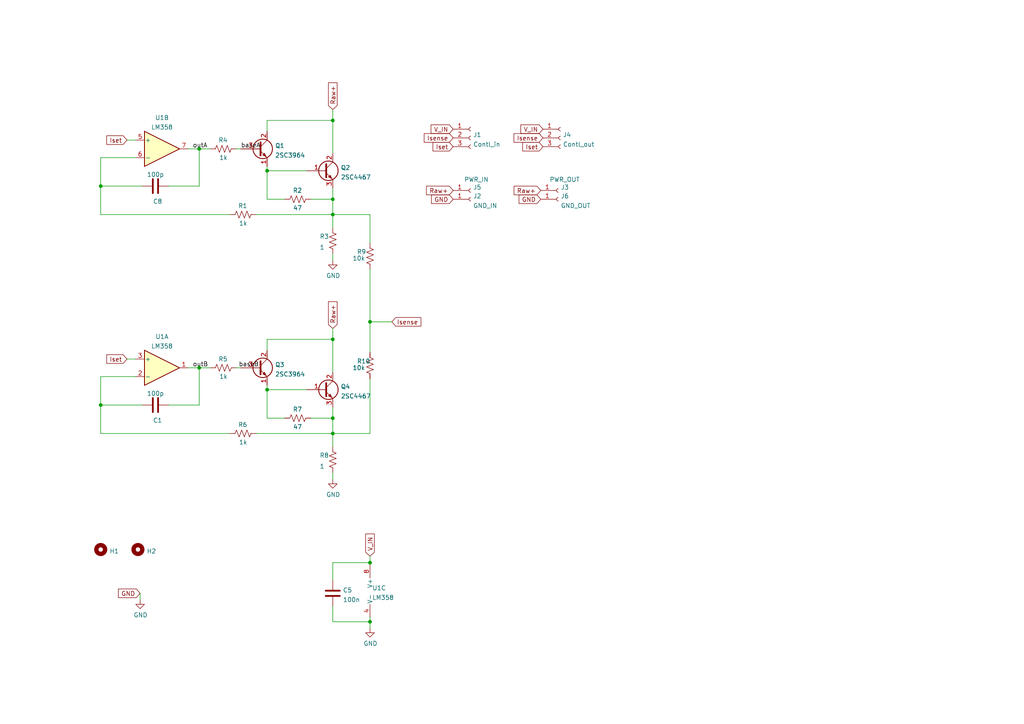
<source format=kicad_sch>
(kicad_sch (version 20230121) (generator eeschema)
  (paper "A4")
  (lib_symbols
    (symbol "Amplifier_Operational:LM358" (pin_names (offset 0.127))
      (property "Reference" "U" (at 0 5.08 0))
      (property "Value" "LM358" (at 0 -5.08 0))
      (symbol "LM358_1_1"
        (polyline (pts (xy -5.08 5.08) (xy 5.08 0) (xy -5.08 -5.08) (xy -5.08 5.08)) (stroke (width 0.254)) (fill (type background)))
        (pin output line (at 7.62 0 180) (length 2.54) (name "~") (number "1"))
        (pin input line (at -7.62 -2.54 0) (length 2.54) (name "-") (number "2"))
        (pin input line (at -7.62 2.54 0) (length 2.54) (name "+") (number "3"))
      )
      (symbol "LM358_2_1"
        (polyline (pts (xy -5.08 5.08) (xy 5.08 0) (xy -5.08 -5.08) (xy -5.08 5.08)) (stroke (width 0.254)) (fill (type background)))
        (pin input line (at -7.62 2.54 0) (length 2.54) (name "+") (number "5"))
        (pin input line (at -7.62 -2.54 0) (length 2.54) (name "-") (number "6"))
        (pin output line (at 7.62 0 180) (length 2.54) (name "~") (number "7"))
      )
      (symbol "LM358_3_1"
        (pin power_in line (at -2.54 -7.62 90) (length 3.81) (name "V-") (number "4"))
        (pin power_in line (at -2.54 7.62 270) (length 3.81) (name "V+") (number "8"))
      )
    )
    (symbol "Connector:Conn_01x01_Female" (pin_names (offset 1.016) hide)
      (property "Reference" "J" (at 0 2.54 0))
      (property "Value" "Conn_01x01_Female" (at 0 -2.54 0))
      (symbol "Conn_01x01_Female_1_1"
        (polyline (pts (xy -1.27 0) (xy -0.508 0)) (stroke (width 0.1524)))
        (arc (start 0 0.508) (mid -0.5058 0) (end 0 -0.508) (stroke (width 0.1524)))
        (pin passive line (at -5.08 0 0) (length 3.81) (name "Pin_1") (number "1"))
      )
    )
    (symbol "Connector:Conn_01x03_Female" (pin_names (offset 1.016) hide)
      (property "Reference" "J" (at 0 5.08 0))
      (property "Value" "Conn_01x03_Female" (at 0 -5.08 0))
      (symbol "Conn_01x03_Female_1_1"
        (arc (start 0 -2.032) (mid -0.5058 -2.54) (end 0 -3.048) (stroke (width 0.1524)))
        (polyline (pts (xy -1.27 -2.54) (xy -0.508 -2.54)) (stroke (width 0.1524)))
        (polyline (pts (xy -1.27 0) (xy -0.508 0)) (stroke (width 0.1524)))
        (polyline (pts (xy -1.27 2.54) (xy -0.508 2.54)) (stroke (width 0.1524)))
        (arc (start 0 0.508) (mid -0.5058 0) (end 0 -0.508) (stroke (width 0.1524)))
        (arc (start 0 3.048) (mid -0.5058 2.54) (end 0 2.032) (stroke (width 0.1524)))
        (pin passive line (at -5.08 2.54 0) (length 3.81) (name "Pin_1") (number "1"))
        (pin passive line (at -5.08 0 0) (length 3.81) (name "Pin_2") (number "2"))
        (pin passive line (at -5.08 -2.54 0) (length 3.81) (name "Pin_3") (number "3"))
      )
    )
    (symbol "Device:C" (pin_numbers hide) (pin_names (offset 0.254))
      (property "Reference" "C" (at 0.635 2.54 0))
      (property "Value" "C" (at 0.635 -2.54 0))
      (symbol "C_0_1"
        (polyline (pts (xy -2.032 -0.762) (xy 2.032 -0.762)) (stroke (width 0.508)))
        (polyline (pts (xy -2.032 0.762) (xy 2.032 0.762)) (stroke (width 0.508)))
      )
      (symbol "C_1_1"
        (pin passive line (at 0 3.81 270) (length 2.794) (name "~") (number "1"))
        (pin passive line (at 0 -3.81 90) (length 2.794) (name "~") (number "2"))
      )
    )
    (symbol "Device:Q_NPN_BCE" (pin_names (offset 0) hide)
      (property "Reference" "Q" (at 5.08 1.27 0))
      (property "Value" "Q_NPN_BCE" (at 5.08 -1.27 0))
      (symbol "Q_NPN_BCE_0_1"
        (polyline (pts (xy 0.635 0.635) (xy 2.54 2.54)))
        (polyline (pts (xy 0.635 -0.635) (xy 2.54 -2.54) (xy 2.54 -2.54)))
        (polyline (pts (xy 0.635 1.905) (xy 0.635 -1.905) (xy 0.635 -1.905)) (stroke (width 0.508)))
        (polyline (pts (xy 1.27 -1.778) (xy 1.778 -1.27) (xy 2.286 -2.286) (xy 1.27 -1.778) (xy 1.27 -1.778)) (fill (type outline)))
        (circle (center 1.27 0) (radius 2.8194) (stroke (width 0.254)))
      )
      (symbol "Q_NPN_BCE_1_1"
        (pin input line (at -5.08 0 0) (length 5.715) (name "B") (number "1"))
        (pin passive line (at 2.54 5.08 270) (length 2.54) (name "C") (number "2"))
        (pin passive line (at 2.54 -5.08 90) (length 2.54) (name "E") (number "3"))
      )
    )
    (symbol "Device:Q_NPN_ECB" (pin_names (offset 0) hide)
      (property "Reference" "Q" (at 5.08 1.27 0))
      (property "Value" "Q_NPN_ECB" (at 5.08 -1.27 0))
      (symbol "Q_NPN_ECB_0_1"
        (polyline (pts (xy 0.635 0.635) (xy 2.54 2.54)))
        (polyline (pts (xy 0.635 -0.635) (xy 2.54 -2.54) (xy 2.54 -2.54)))
        (polyline (pts (xy 0.635 1.905) (xy 0.635 -1.905) (xy 0.635 -1.905)) (stroke (width 0.508)))
        (polyline (pts (xy 1.27 -1.778) (xy 1.778 -1.27) (xy 2.286 -2.286) (xy 1.27 -1.778) (xy 1.27 -1.778)) (fill (type outline)))
        (circle (center 1.27 0) (radius 2.8194) (stroke (width 0.254)))
      )
      (symbol "Q_NPN_ECB_1_1"
        (pin passive line (at 2.54 -5.08 90) (length 2.54) (name "E") (number "1"))
        (pin passive line (at 2.54 5.08 270) (length 2.54) (name "C") (number "2"))
        (pin passive line (at -5.08 0 0) (length 5.715) (name "B") (number "3"))
      )
    )
    (symbol "Device:R_US" (pin_numbers hide) (pin_names (offset 0))
      (property "Reference" "R" (at 2.54 0 90))
      (property "Value" "R_US" (at -2.54 0 90))
      (symbol "R_US_0_1"
        (polyline (pts (xy 0 -2.286) (xy 0 -2.54)))
        (polyline (pts (xy 0 2.286) (xy 0 2.54)))
        (polyline (pts (xy 0 -0.762) (xy 1.016 -1.143) (xy 0 -1.524) (xy -1.016 -1.905) (xy 0 -2.286)))
        (polyline (pts (xy 0 0.762) (xy 1.016 0.381) (xy 0 0) (xy -1.016 -0.381) (xy 0 -0.762)))
        (polyline (pts (xy 0 2.286) (xy 1.016 1.905) (xy 0 1.524) (xy -1.016 1.143) (xy 0 0.762)))
      )
      (symbol "R_US_1_1"
        (pin passive line (at 0 3.81 270) (length 1.27) (name "~") (number "1"))
        (pin passive line (at 0 -3.81 90) (length 1.27) (name "~") (number "2"))
      )
    )
    (symbol "Mechanical:MountingHole" (pin_names (offset 1.016))
      (property "Reference" "H" (at 0 5.08 0))
      (property "Value" "MountingHole" (at 0 3.175 0))
      (symbol "MountingHole_0_1"
        (circle (center 0 0) (radius 1.27) (stroke (width 1.27)))
      )
    )
    (symbol "power:GND" (power) (pin_names (offset 0))
      (property "Value" "GND" (at 0 -3.81 0))
      (symbol "GND_0_1"
        (polyline (pts (xy 0 0) (xy 0 -1.27) (xy 1.27 -1.27) (xy 0 -2.54) (xy -1.27 -1.27) (xy 0 -1.27)))
      )
      (symbol "GND_1_1"
        (pin power_in line (at 0 0 270) (length 0) hide (name "GND") (number "1"))
      )
    )
  )
  (junction (at 107.315 180.34))
  (junction (at 96.52 34.925))
  (junction (at 29.21 53.975))
  (junction (at 57.785 106.68))
  (junction (at 96.52 57.785))
  (junction (at 107.315 93.345))
  (junction (at 96.52 62.23))
  (junction (at 77.47 113.03))
  (junction (at 77.47 49.53))
  (junction (at 107.315 163.195))
  (junction (at 96.52 121.285))
  (junction (at 57.785 43.18))
  (junction (at 29.21 117.475))
  (junction (at 96.52 98.425))
  (junction (at 96.52 125.73))
  (wire (pts (xy 77.47 38.1) (xy 77.47 34.925)))
  (wire (pts (xy 107.315 161.29) (xy 107.315 163.195)))
  (wire (pts (xy 96.52 31.75) (xy 96.52 34.925)))
  (wire (pts (xy 77.47 113.03) (xy 88.9 113.03)))
  (wire (pts (xy 29.21 125.73) (xy 66.675 125.73)))
  (wire (pts (xy 39.37 109.22) (xy 29.21 109.22)))
  (wire (pts (xy 39.37 45.72) (xy 29.21 45.72)))
  (wire (pts (xy 96.52 125.73) (xy 96.52 129.54)))
  (wire (pts (xy 107.315 179.07) (xy 107.315 180.34)))
  (wire (pts (xy 29.21 45.72) (xy 29.21 53.975)))
  (wire (pts (xy 96.52 175.895) (xy 96.52 180.34)))
  (wire (pts (xy 77.47 49.53) (xy 88.9 49.53)))
  (wire (pts (xy 77.47 57.785) (xy 77.47 49.53)))
  (wire (pts (xy 36.83 40.64) (xy 39.37 40.64)))
  (wire (pts (xy 107.315 93.345) (xy 107.315 102.235)))
  (wire (pts (xy 77.47 111.76) (xy 77.47 113.03)))
  (wire (pts (xy 96.52 95.25) (xy 96.52 98.425)))
  (wire (pts (xy 107.315 163.195) (xy 96.52 163.195)))
  (wire (pts (xy 77.47 48.26) (xy 77.47 49.53)))
  (wire (pts (xy 96.52 62.23) (xy 107.315 62.23)))
  (wire (pts (xy 96.52 57.785) (xy 96.52 62.23)))
  (wire (pts (xy 96.52 54.61) (xy 96.52 57.785)))
  (wire (pts (xy 96.52 180.34) (xy 107.315 180.34)))
  (wire (pts (xy 96.52 118.11) (xy 96.52 121.285)))
  (wire (pts (xy 77.47 101.6) (xy 77.47 98.425)))
  (wire (pts (xy 36.83 104.14) (xy 39.37 104.14)))
  (wire (pts (xy 107.315 163.195) (xy 107.315 163.83)))
  (wire (pts (xy 57.785 106.68) (xy 60.96 106.68)))
  (wire (pts (xy 96.52 98.425) (xy 96.52 107.95)))
  (wire (pts (xy 77.47 34.925) (xy 96.52 34.925)))
  (wire (pts (xy 107.315 78.105) (xy 107.315 93.345)))
  (wire (pts (xy 40.64 172.085) (xy 40.64 173.99)))
  (wire (pts (xy 57.785 117.475) (xy 57.785 106.68)))
  (wire (pts (xy 68.58 43.18) (xy 69.85 43.18)))
  (wire (pts (xy 54.61 43.18) (xy 57.785 43.18)))
  (wire (pts (xy 107.315 62.23) (xy 107.315 70.485)))
  (wire (pts (xy 29.21 117.475) (xy 29.21 125.73)))
  (wire (pts (xy 96.52 125.73) (xy 107.315 125.73)))
  (wire (pts (xy 96.52 137.16) (xy 96.52 139.065)))
  (wire (pts (xy 74.295 125.73) (xy 96.52 125.73)))
  (wire (pts (xy 96.52 73.66) (xy 96.52 75.565)))
  (wire (pts (xy 77.47 98.425) (xy 96.52 98.425)))
  (wire (pts (xy 48.895 53.975) (xy 57.785 53.975)))
  (wire (pts (xy 96.52 57.785) (xy 90.17 57.785)))
  (wire (pts (xy 96.52 163.195) (xy 96.52 168.275)))
  (wire (pts (xy 96.52 121.285) (xy 90.17 121.285)))
  (wire (pts (xy 29.21 62.23) (xy 66.675 62.23)))
  (wire (pts (xy 29.21 117.475) (xy 41.275 117.475)))
  (wire (pts (xy 57.785 43.18) (xy 60.96 43.18)))
  (wire (pts (xy 96.52 121.285) (xy 96.52 125.73)))
  (wire (pts (xy 96.52 62.23) (xy 96.52 66.04)))
  (wire (pts (xy 77.47 121.285) (xy 77.47 113.03)))
  (wire (pts (xy 29.21 53.975) (xy 41.275 53.975)))
  (wire (pts (xy 29.21 109.22) (xy 29.21 117.475)))
  (wire (pts (xy 48.895 117.475) (xy 57.785 117.475)))
  (wire (pts (xy 82.55 121.285) (xy 77.47 121.285)))
  (wire (pts (xy 96.52 34.925) (xy 96.52 44.45)))
  (wire (pts (xy 29.21 53.975) (xy 29.21 62.23)))
  (wire (pts (xy 107.315 109.855) (xy 107.315 125.73)))
  (wire (pts (xy 82.55 57.785) (xy 77.47 57.785)))
  (wire (pts (xy 54.61 106.68) (xy 57.785 106.68)))
  (wire (pts (xy 57.785 53.975) (xy 57.785 43.18)))
  (wire (pts (xy 107.315 180.34) (xy 107.315 182.245)))
  (wire (pts (xy 74.295 62.23) (xy 96.52 62.23)))
  (wire (pts (xy 68.58 106.68) (xy 69.85 106.68)))
  (wire (pts (xy 107.315 93.345) (xy 113.665 93.345)))
  (label "outB" (at 55.88 106.68 0))
  (label "baseB" (at 69.215 106.68 0))
  (label "outA" (at 55.88 43.18 0))
  (label "baseA" (at 69.85 43.18 0))
  (global_label "Iset" (shape input) (at 131.445 42.545 180) (property "Intersheetrefs" "${INTERSHEET_REFS}" (effects hide)))
  (global_label "GND" (shape input) (at 40.64 172.085 180) (property "Intersheetrefs" "${INTERSHEET_REFS}" (effects hide)))
  (global_label "V_IN" (shape input) (at 107.315 161.29 90) (property "Intersheetrefs" "${INTERSHEET_REFS}" (effects hide)))
  (global_label "V_IN" (shape input) (at 157.48 37.465 180) (property "Intersheetrefs" "${INTERSHEET_REFS}" (effects hide)))
  (global_label "Isense" (shape input) (at 113.665 93.345 0) (property "Intersheetrefs" "${INTERSHEET_REFS}" (effects hide)))
  (global_label "Raw+" (shape input) (at 131.445 55.245 180) (property "Intersheetrefs" "${INTERSHEET_REFS}" (effects hide)))
  (global_label "GND" (shape input) (at 131.445 57.785 180) (property "Intersheetrefs" "${INTERSHEET_REFS}" (effects hide)))
  (global_label "Iset" (shape input) (at 157.48 42.545 180) (property "Intersheetrefs" "${INTERSHEET_REFS}" (effects hide)))
  (global_label "V_IN" (shape input) (at 131.445 37.465 180) (property "Intersheetrefs" "${INTERSHEET_REFS}" (effects hide)))
  (global_label "Raw+" (shape input) (at 96.52 95.25 90) (property "Intersheetrefs" "${INTERSHEET_REFS}" (effects hide)))
  (global_label "GND" (shape input) (at 156.845 57.785 180) (property "Intersheetrefs" "${INTERSHEET_REFS}" (effects hide)))
  (global_label "Isense" (shape input) (at 131.445 40.005 180) (property "Intersheetrefs" "${INTERSHEET_REFS}" (effects hide)))
  (global_label "Iset" (shape input) (at 36.83 40.64 180) (property "Intersheetrefs" "${INTERSHEET_REFS}" (effects hide)))
  (global_label "Raw+" (shape input) (at 156.845 55.245 180) (property "Intersheetrefs" "${INTERSHEET_REFS}" (effects hide)))
  (global_label "Isense" (shape input) (at 157.48 40.005 180) (property "Intersheetrefs" "${INTERSHEET_REFS}" (effects hide)))
  (global_label "Raw+" (shape input) (at 96.52 31.75 90) (property "Intersheetrefs" "${INTERSHEET_REFS}" (effects hide)))
  (global_label "Iset" (shape input) (at 36.83 104.14 180) (property "Intersheetrefs" "${INTERSHEET_REFS}" (effects hide)))
  (symbol (lib_id "Device:Q_NPN_ECB") (at 74.93 43.18 0) (unit 1)
    (property "Reference" "Q1" (at 79.7814 42.2715 0) (effects (justify left)))
    (property "Value" "2SC3964" (at 79.7814 45.0466 0) (effects (justify left)))
    (property "Footprint" "Package_TO_SOT_THT:TO-126-3_Vertical" (effects hide))
  )
  (symbol (lib_id "Amplifier_Operational:LM358") (at 46.99 43.18 0) (unit 2)
    (property "Reference" "U1" (at 46.99 34.1335 0))
    (property "Value" "LM358" (at 46.99 36.9086 0))
    (property "Footprint" "Package_SO:SOIC-8_3.9x4.9mm_P1.27mm" (effects hide))
    (property "Datasheet" "http://www.ti.com/lit/ds/symlink/lm2904-n.pdf" (effects hide))
  )
  (symbol (lib_id "Connector:Conn_01x01_Female") (at 161.925 57.785 0) (unit 1)
    (property "Reference" "J6" (at 162.6362 56.8765 0) (effects (justify left)))
    (property "Value" "GND_OUT" (at 162.6362 59.6516 0) (effects (justify left)))
    (property "Footprint" "Connector_Wire:SolderWire-1.5sqmm_1x01_D1.7mm_OD3mm" (effects hide))
  )
  (symbol (lib_id "Device:R_US") (at 64.77 106.68 90) (unit 1)
    (property "Reference" "R5" (at 66.04 104.14 90) (effects (justify left)))
    (property "Value" "1k" (at 66.04 109.22 90) (effects (justify left)))
    (property "Footprint" "Resistor_SMD:R_0805_2012Metric" (effects hide))
  )
  (symbol (lib_id "Mechanical:MountingHole") (at 40.005 159.385 0) (unit 1)
    (property "Reference" "H2" (at 42.545 159.864 0) (effects (justify left)))
    (property "Value" "MountingHole" (effects hide))
    (property "Footprint" "MountingHole:MountingHole_3.2mm_M3" (effects hide))
  )
  (symbol (lib_id "Connector:Conn_01x03_Female") (at 136.525 40.005 0) (unit 1)
    (property "Reference" "J1" (at 137.2362 39.0965 0) (effects (justify left)))
    (property "Value" "Contl_in" (at 137.2362 41.8716 0) (effects (justify left)))
    (property "Footprint" "Connector_PinSocket_2.54mm:PinSocket_1x03_P2.54mm_Vertical" (effects hide))
  )
  (symbol (lib_id "Connector:Conn_01x03_Female") (at 162.56 40.005 0) (unit 1)
    (property "Reference" "J4" (at 163.2712 39.0965 0) (effects (justify left)))
    (property "Value" "Contl_out" (at 163.2712 41.8716 0) (effects (justify left)))
    (property "Footprint" "Connector_PinSocket_2.54mm:PinSocket_1x03_P2.54mm_Vertical" (effects hide))
  )
  (symbol (lib_id "Device:R_US") (at 107.315 74.295 0) (unit 1)
    (property "Reference" "R9" (at 103.505 73.025 0) (effects (justify left)))
    (property "Value" "10k" (at 102.235 74.93 0) (effects (justify left)))
    (property "Footprint" "Resistor_SMD:R_0805_2012Metric" (effects hide))
  )
  (symbol (lib_id "Connector:Conn_01x01_Female") (at 161.925 55.245 0) (unit 1)
    (property "Reference" "J3" (at 162.6362 54.3365 0) (effects (justify left)))
    (property "Value" "PWR_OUT" (at 159.385 52.07 0) (effects (justify left)))
    (property "Footprint" "Connector_Wire:SolderWire-1.5sqmm_1x01_D1.7mm_OD3mm" (effects hide))
  )
  (symbol (lib_id "power:GND") (at 96.52 75.565 0) (unit 1)
    (property "Reference" "#PWR02" (effects hide))
    (property "Value" "GND" (at 96.647 79.9592 0))
  )
  (symbol (lib_id "Connector:Conn_01x01_Female") (at 136.525 55.245 0) (unit 1)
    (property "Reference" "J5" (at 137.2362 54.3365 0) (effects (justify left)))
    (property "Value" "PWR_IN" (at 134.62 52.07 0) (effects (justify left)))
    (property "Footprint" "Connector_Wire:SolderWire-1.5sqmm_1x01_D1.7mm_OD3mm" (effects hide))
  )
  (symbol (lib_id "Device:Q_NPN_BCE") (at 93.98 49.53 0) (unit 1)
    (property "Reference" "Q2" (at 98.8314 48.6215 0) (effects (justify left)))
    (property "Value" "2SC4467" (at 98.8314 51.3966 0) (effects (justify left)))
    (property "Footprint" "Package_TO_SOT_THT:TO-3P-3_Vertical" (effects hide))
  )
  (symbol (lib_id "Device:C") (at 45.085 53.975 90) (unit 1)
    (property "Reference" "C8" (at 45.72 58.42 90))
    (property "Value" "100p" (at 45.085 50.6246 90))
    (property "Footprint" "Capacitor_SMD:C_1206_3216Metric" (effects hide))
  )
  (symbol (lib_id "Device:C") (at 96.52 172.085 0) (unit 1)
    (property "Reference" "C5" (at 99.441 171.1765 0) (effects (justify left)))
    (property "Value" "100n" (at 99.441 173.9516 0) (effects (justify left)))
    (property "Footprint" "Capacitor_SMD:C_1206_3216Metric" (effects hide))
  )
  (symbol (lib_id "Device:R_US") (at 96.52 133.35 0) (unit 1)
    (property "Reference" "R8" (at 92.71 132.08 0) (effects (justify left)))
    (property "Value" "1" (at 92.71 135.255 0) (effects (justify left)))
    (property "Footprint" "Resistor_THT:R_Axial_Power_L25.0mm_W9.0mm_P30.48mm" (effects hide))
  )
  (symbol (lib_id "Device:Q_NPN_BCE") (at 93.98 113.03 0) (unit 1)
    (property "Reference" "Q4" (at 98.8314 112.1215 0) (effects (justify left)))
    (property "Value" "2SC4467" (at 98.8314 114.8966 0) (effects (justify left)))
    (property "Footprint" "Package_TO_SOT_THT:TO-3P-3_Vertical" (effects hide))
  )
  (symbol (lib_id "Device:R_US") (at 70.485 62.23 90) (unit 1)
    (property "Reference" "R1" (at 71.755 59.69 90) (effects (justify left)))
    (property "Value" "1k" (at 71.755 64.77 90) (effects (justify left)))
    (property "Footprint" "Resistor_SMD:R_1206_3216Metric" (effects hide))
  )
  (symbol (lib_id "Device:C") (at 45.085 117.475 90) (unit 1)
    (property "Reference" "C1" (at 45.72 121.92 90))
    (property "Value" "100p" (at 45.085 114.1246 90))
    (property "Footprint" "Capacitor_SMD:C_1206_3216Metric" (effects hide))
  )
  (symbol (lib_id "power:GND") (at 96.52 139.065 0) (unit 1)
    (property "Reference" "#PWR0102" (effects hide))
    (property "Value" "GND" (at 96.647 143.4592 0))
  )
  (symbol (lib_id "Device:R_US") (at 64.77 43.18 90) (unit 1)
    (property "Reference" "R4" (at 66.04 40.64 90) (effects (justify left)))
    (property "Value" "1k" (at 66.04 45.72 90) (effects (justify left)))
    (property "Footprint" "Resistor_SMD:R_1206_3216Metric" (effects hide))
  )
  (symbol (lib_id "power:GND") (at 107.315 182.245 0) (unit 1)
    (property "Reference" "#PWR0104" (effects hide))
    (property "Value" "GND" (at 107.442 186.6392 0))
  )
  (symbol (lib_id "Amplifier_Operational:LM358") (at 46.99 106.68 0) (unit 1)
    (property "Reference" "U1" (at 46.99 97.6335 0))
    (property "Value" "LM358" (at 46.99 100.4086 0))
    (property "Footprint" "Package_SO:SOIC-8_3.9x4.9mm_P1.27mm" (effects hide))
    (property "Datasheet" "http://www.ti.com/lit/ds/symlink/lm2904-n.pdf" (effects hide))
  )
  (symbol (lib_id "Device:R_US") (at 96.52 69.85 0) (unit 1)
    (property "Reference" "R3" (at 92.71 68.58 0) (effects (justify left)))
    (property "Value" "1" (at 92.71 71.755 0) (effects (justify left)))
    (property "Footprint" "Resistor_THT:R_Axial_Power_L25.0mm_W9.0mm_P30.48mm" (effects hide))
  )
  (symbol (lib_id "Device:R_US") (at 70.485 125.73 90) (unit 1)
    (property "Reference" "R6" (at 71.755 123.19 90) (effects (justify left)))
    (property "Value" "1k" (at 71.755 128.27 90) (effects (justify left)))
    (property "Footprint" "Resistor_SMD:R_0805_2012Metric" (effects hide))
  )
  (symbol (lib_id "Device:R_US") (at 86.36 57.785 90) (unit 1)
    (property "Reference" "R2" (at 87.63 55.245 90) (effects (justify left)))
    (property "Value" "47" (at 87.63 60.325 90) (effects (justify left)))
    (property "Footprint" "Resistor_SMD:R_0805_2012Metric" (effects hide))
  )
  (symbol (lib_id "Device:R_US") (at 86.36 121.285 90) (unit 1)
    (property "Reference" "R7" (at 87.63 118.745 90) (effects (justify left)))
    (property "Value" "47" (at 87.63 123.825 90) (effects (justify left)))
    (property "Footprint" "Resistor_SMD:R_0805_2012Metric" (effects hide))
  )
  (symbol (lib_id "power:GND") (at 40.64 173.99 0) (unit 1)
    (property "Reference" "#PWR0101" (effects hide))
    (property "Value" "GND" (at 40.767 178.3842 0))
  )
  (symbol (lib_id "Device:R_US") (at 107.315 106.045 0) (unit 1)
    (property "Reference" "R10" (at 103.505 104.775 0) (effects (justify left)))
    (property "Value" "10k" (at 102.235 106.68 0) (effects (justify left)))
    (property "Footprint" "Resistor_SMD:R_0805_2012Metric" (effects hide))
  )
  (symbol (lib_id "Mechanical:MountingHole") (at 29.21 159.385 0) (unit 1)
    (property "Reference" "H1" (at 31.75 159.864 0) (effects (justify left)))
    (property "Value" "MountingHole" (effects hide))
    (property "Footprint" "MountingHole:MountingHole_3.2mm_M3" (effects hide))
  )
  (symbol (lib_id "Device:Q_NPN_ECB") (at 74.93 106.68 0) (unit 1)
    (property "Reference" "Q3" (at 79.7814 105.7715 0) (effects (justify left)))
    (property "Value" "2SC3964" (at 79.7814 108.5466 0) (effects (justify left)))
    (property "Footprint" "Package_TO_SOT_THT:TO-126-3_Vertical" (effects hide))
  )
  (symbol (lib_id "Connector:Conn_01x01_Female") (at 136.525 57.785 0) (unit 1)
    (property "Reference" "J2" (at 137.2362 56.8765 0) (effects (justify left)))
    (property "Value" "GND_IN" (at 137.2362 59.6516 0) (effects (justify left)))
    (property "Footprint" "Connector_Wire:SolderWire-1.5sqmm_1x01_D1.7mm_OD3mm" (effects hide))
  )
  (symbol (lib_id "Amplifier_Operational:LM358") (at 109.855 171.45 0) (unit 3)
    (property "Reference" "U1" (at 107.95 170.5415 0) (effects (justify left)))
    (property "Value" "LM358" (at 107.95 173.3166 0) (effects (justify left)))
    (property "Footprint" "Package_SO:SOIC-8_3.9x4.9mm_P1.27mm" (effects hide))
    (property "Datasheet" "http://www.ti.com/lit/ds/symlink/lm2904-n.pdf" (effects hide))
  )
)
</source>
